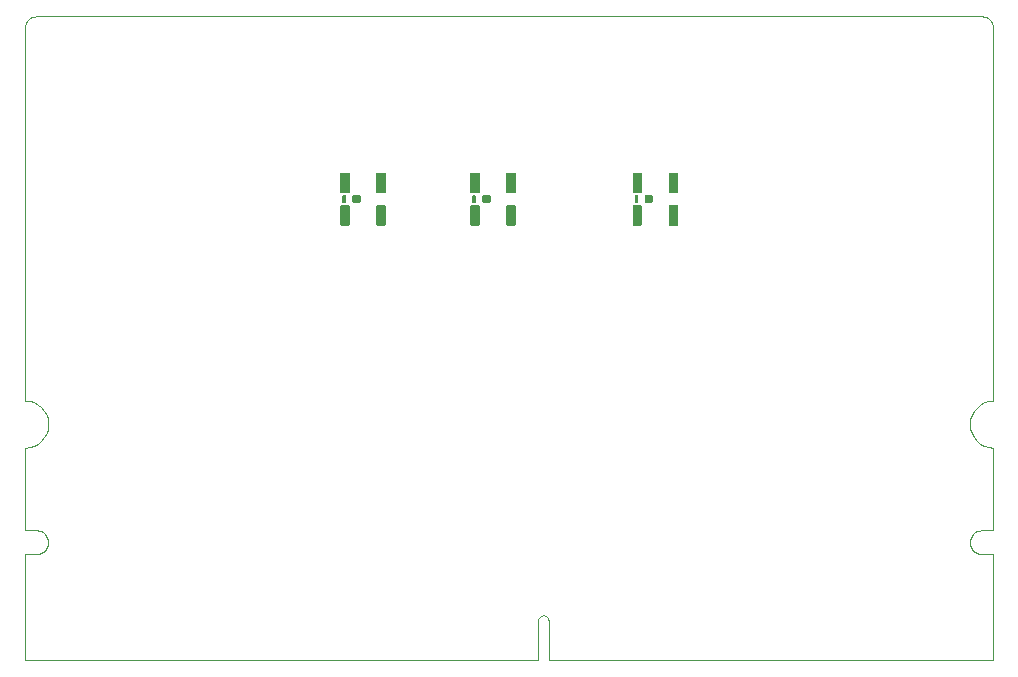
<source format=gbr>
*
%FSLAX26Y26*%
%MOIN*%
%ADD10R,0.028346X0.028346*%
%ADD11C,0.003150*%
%ADD12R,0.003150X0.003150*%
%ADD13R,0.009449X0.009449*%
%ADD14C,0.002362*%
%ADD15R,0.002362X0.002362*%
%ADD16R,0.020157X0.020157*%
%ADD17C,0.005039*%
%ADD18R,0.005039X0.005039*%
%ADD19C,0.004000*%
%IPPOS*%
%LNgbp.gbr*%
%LPD*%
G75*
G54D10*
X1066856Y1570821D02*
Y1611373D01*
G54D11*
X1052683Y1558223D03*
Y1623971D03*
G54D12*
Y1559798D02*
Y1622396D01*
G54D11*
X1081029Y1558223D03*
Y1623971D03*
G54D12*
Y1559798D02*
Y1622396D01*
G54D10*
X1187328Y1570821D02*
Y1611373D01*
G54D11*
X1173155Y1558223D03*
Y1623971D03*
G54D12*
Y1559798D02*
Y1622396D01*
G54D11*
X1201501Y1558223D03*
Y1623971D03*
G54D12*
Y1559798D02*
Y1622396D01*
G54D10*
X1066856Y1462553D02*
Y1503105D01*
G54D11*
X1052683Y1449955D03*
Y1515703D03*
G54D12*
Y1451530D02*
Y1514128D01*
G54D11*
X1081029Y1449955D03*
Y1515703D03*
G54D12*
Y1451530D02*
Y1514128D01*
G54D10*
X1187328Y1462553D02*
Y1503105D01*
G54D11*
X1173155Y1449955D03*
Y1515703D03*
G54D12*
Y1451530D02*
Y1514128D01*
G54D11*
X1201501Y1449955D03*
Y1515703D03*
G54D12*
Y1451530D02*
Y1514128D01*
G54D10*
X1620399Y1570821D02*
Y1611373D01*
G54D11*
X1606226Y1558223D03*
Y1623971D03*
G54D12*
Y1559798D02*
Y1622396D01*
G54D11*
X1634572Y1558223D03*
Y1623971D03*
G54D12*
Y1559798D02*
Y1622396D01*
G54D10*
X1499926Y1570821D02*
Y1611373D01*
G54D11*
X1485753Y1558223D03*
Y1623971D03*
G54D12*
Y1559798D02*
Y1622396D01*
G54D11*
X1514099Y1558223D03*
Y1623971D03*
G54D12*
Y1559798D02*
Y1622396D01*
G54D10*
X1620399Y1462553D02*
Y1503105D01*
G54D11*
X1606226Y1449955D03*
Y1515703D03*
G54D12*
Y1451530D02*
Y1514128D01*
G54D11*
X1634572Y1449955D03*
Y1515703D03*
G54D12*
Y1451530D02*
Y1514128D01*
G54D10*
X1499926Y1462553D02*
Y1503105D01*
G54D11*
X1485753Y1449955D03*
Y1515703D03*
G54D12*
Y1451530D02*
Y1514128D01*
G54D11*
X1514099Y1449955D03*
Y1515703D03*
G54D12*
Y1451530D02*
Y1514128D01*
G54D10*
X2161737Y1570821D02*
Y1611373D01*
G54D11*
X2147564Y1558223D03*
Y1623971D03*
G54D12*
Y1559798D02*
Y1622396D01*
G54D11*
X2175910Y1558223D03*
Y1623971D03*
G54D12*
Y1559798D02*
Y1622396D01*
G54D10*
X2041265Y1570821D02*
Y1611373D01*
G54D11*
X2027092Y1558223D03*
Y1623971D03*
G54D12*
Y1559798D02*
Y1622396D01*
G54D11*
X2055438Y1558223D03*
Y1623971D03*
G54D12*
Y1559798D02*
Y1622396D01*
G54D10*
X2161737Y1462553D02*
Y1503105D01*
G54D11*
X2147564Y1449955D03*
Y1515703D03*
G54D12*
Y1451530D02*
Y1514128D01*
G54D11*
X2175910Y1449955D03*
Y1515703D03*
G54D12*
Y1451530D02*
Y1514128D01*
G54D10*
X2041265Y1462553D02*
Y1503105D01*
G54D11*
X2027092Y1449955D03*
Y1515703D03*
G54D12*
Y1451530D02*
Y1514128D01*
G54D11*
X2055438Y1449955D03*
Y1515703D03*
G54D12*
Y1451530D02*
Y1514128D01*
G54D13*
X1064100Y1529089D02*
Y1544838D01*
G54D14*
X1059376Y1525546D03*
Y1548380D03*
G54D15*
Y1526727D02*
Y1547199D01*
G54D14*
X1068824Y1525546D03*
Y1548380D03*
G54D15*
Y1526727D02*
Y1547199D01*
G54D16*
X1101737Y1536963D02*
X1109138D01*
G54D17*
X1094178Y1547042D03*
X1116698D03*
G54D18*
X1096697D02*
X1114179D01*
G54D17*
X1094178Y1526884D03*
X1116698D03*
G54D18*
X1096697D02*
X1114179D01*
G54D13*
X2038509Y1529089D02*
Y1544838D01*
G54D14*
X2033785Y1525546D03*
Y1548380D03*
G54D15*
Y1526727D02*
Y1547199D01*
G54D14*
X2043233Y1525546D03*
Y1548380D03*
G54D15*
Y1526727D02*
Y1547199D01*
G54D16*
X2076147Y1536963D02*
X2083549D01*
G54D17*
X2068588Y1547042D03*
X2091108D03*
G54D18*
X2071107D02*
X2088589D01*
G54D17*
X2068588Y1526884D03*
X2091108D03*
G54D18*
X2071107D02*
X2088589D01*
G54D13*
X1497170Y1529089D02*
Y1544838D01*
G54D14*
X1492446Y1525546D03*
Y1548380D03*
G54D15*
Y1526727D02*
Y1547199D01*
G54D14*
X1501894Y1525546D03*
Y1548380D03*
G54D15*
Y1526727D02*
Y1547199D01*
G54D16*
X1534807Y1536963D02*
X1542209D01*
G54D17*
X1527249Y1547042D03*
X1549769D03*
G54D18*
X1529768D02*
X1547250D01*
G54D17*
X1527249Y1526884D03*
X1549769D03*
G54D18*
X1529768D02*
X1547250D01*
G54D19*
X0Y0D02*
Y354086D01*
X39286D01*
X47194Y355039D01*
X54560Y357322D01*
X61226Y360937D01*
X67034Y365726D01*
X71826Y371531D01*
X75445Y378196D01*
X77732Y385560D01*
X78531Y393468D01*
X77732Y401375D01*
X75445Y408740D01*
X71826Y415404D01*
X67034Y421209D01*
X61226Y425999D01*
X54560Y429613D01*
X47194Y431896D01*
X39286Y432692D01*
X-21Y432671D01*
Y708692D01*
X15782Y710294D01*
X30500Y714872D01*
X43819Y722107D01*
X55422Y731687D01*
X64996Y743296D01*
X72225Y756618D01*
X76794Y771338D01*
X78389Y787142D01*
X76798Y802949D01*
X72231Y817673D01*
X65003Y830998D01*
X55429Y842610D01*
X43825Y852193D01*
X30505Y859431D01*
X15785Y864009D01*
X-21Y865612D01*
Y2107311D01*
X779Y2115236D01*
X3073Y2122618D01*
X6702Y2129298D01*
X11508Y2135119D01*
X17332Y2139921D01*
X24015Y2143547D01*
X31399Y2145839D01*
X39326Y2146638D01*
X3188978Y2146632D01*
X3196904Y2145833D01*
X3204286Y2143542D01*
X3210967Y2139916D01*
X3216787Y2135113D01*
X3221589Y2129293D01*
X3225215Y2122613D01*
X3227506Y2115231D01*
X3228306Y2107306D01*
X3228069Y865586D01*
X3212301Y863944D01*
X3197620Y859342D01*
X3184339Y852093D01*
X3172771Y842511D01*
X3163228Y830911D01*
X3156024Y817606D01*
X3151472Y802909D01*
X3149881Y787136D01*
X3151472Y771370D01*
X3156024Y756682D01*
X3163224Y743383D01*
X3172761Y731787D01*
X3184322Y722209D01*
X3197594Y714959D01*
X3212267Y710354D01*
X3228026Y708705D01*
X3227908Y432663D01*
X3188907Y432684D01*
X3180999Y431889D01*
X3173633Y429606D01*
X3166967Y425991D01*
X3161159Y421202D01*
X3156367Y415396D01*
X3152748Y408732D01*
X3150461Y401367D01*
X3149662Y393460D01*
X3150461Y385552D01*
X3152748Y378188D01*
X3156367Y371524D01*
X3161159Y365718D01*
X3166967Y360929D01*
X3173633Y357315D01*
X3180999Y355031D01*
X3188907Y354236D01*
X3188891Y354157D01*
X3188907Y354078D01*
X3227888D01*
X3227770Y-7D01*
X1745781D01*
Y131948D01*
X1745290Y136069D01*
X1743844Y139960D01*
X1741524Y143402D01*
X1738460Y146202D01*
X1734824Y148203D01*
X1730820Y149294D01*
X1726671Y149414D01*
X1722610Y148555D01*
X1718865Y146766D01*
X1715646Y144146D01*
X1713132Y140844D01*
X1711464Y137043D01*
X1710737Y132957D01*
X1710708Y131948D01*
Y0D01*
X0D01*
M02*

</source>
